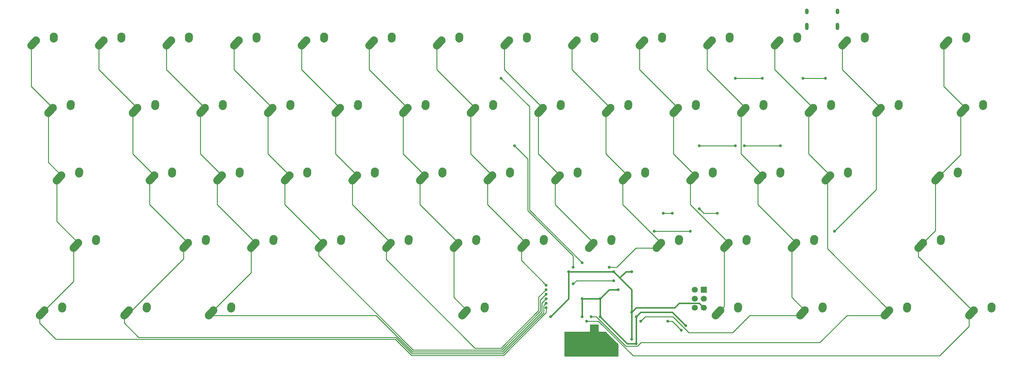
<source format=gbr>
G04 #@! TF.GenerationSoftware,KiCad,Pcbnew,(5.1.9)-1*
G04 #@! TF.CreationDate,2021-03-29T17:21:37+03:00*
G04 #@! TF.ProjectId,hotshot_keyboard,686f7473-686f-4745-9f6b-6579626f6172,rev?*
G04 #@! TF.SameCoordinates,Original*
G04 #@! TF.FileFunction,Copper,L1,Top*
G04 #@! TF.FilePolarity,Positive*
%FSLAX46Y46*%
G04 Gerber Fmt 4.6, Leading zero omitted, Abs format (unit mm)*
G04 Created by KiCad (PCBNEW (5.1.9)-1) date 2021-03-29 17:21:37*
%MOMM*%
%LPD*%
G01*
G04 APERTURE LIST*
G04 #@! TA.AperFunction,ComponentPad*
%ADD10C,2.250000*%
G04 #@! TD*
G04 #@! TA.AperFunction,ComponentPad*
%ADD11O,1.000000X2.100000*%
G04 #@! TD*
G04 #@! TA.AperFunction,ComponentPad*
%ADD12O,1.000000X1.600000*%
G04 #@! TD*
G04 #@! TA.AperFunction,ComponentPad*
%ADD13R,1.700000X1.700000*%
G04 #@! TD*
G04 #@! TA.AperFunction,ComponentPad*
%ADD14C,1.700000*%
G04 #@! TD*
G04 #@! TA.AperFunction,ViaPad*
%ADD15C,0.800000*%
G04 #@! TD*
G04 #@! TA.AperFunction,Conductor*
%ADD16C,0.381000*%
G04 #@! TD*
G04 #@! TA.AperFunction,Conductor*
%ADD17C,0.254000*%
G04 #@! TD*
G04 #@! TA.AperFunction,Conductor*
%ADD18C,0.100000*%
G04 #@! TD*
G04 APERTURE END LIST*
D10*
X168950000Y-57912500D03*
G04 #@! TA.AperFunction,ComponentPad*
G36*
G01*
X166888688Y-60209850D02*
X166888683Y-60209845D01*
G75*
G02*
X166802655Y-58621183I751317J837345D01*
G01*
X168112657Y-57161183D01*
G75*
G02*
X169701319Y-57075155I837345J-751317D01*
G01*
X169701319Y-57075155D01*
G75*
G02*
X169787347Y-58663817I-751317J-837345D01*
G01*
X168477345Y-60123817D01*
G75*
G02*
X166888683Y-60209845I-837345J751317D01*
G01*
G37*
G04 #@! TD.AperFunction*
X173990000Y-56832500D03*
G04 #@! TA.AperFunction,ComponentPad*
G36*
G01*
X173873483Y-58534895D02*
X173872597Y-58534834D01*
G75*
G02*
X172827666Y-57335097I77403J1122334D01*
G01*
X172867666Y-56755097D01*
G75*
G02*
X174067403Y-55710166I1122334J-77403D01*
G01*
X174067403Y-55710166D01*
G75*
G02*
X175112334Y-56909903I-77403J-1122334D01*
G01*
X175072334Y-57489903D01*
G75*
G02*
X173872597Y-58534834I-1122334J77403D01*
G01*
G37*
G04 #@! TD.AperFunction*
X207050000Y-57912500D03*
G04 #@! TA.AperFunction,ComponentPad*
G36*
G01*
X204988688Y-60209850D02*
X204988683Y-60209845D01*
G75*
G02*
X204902655Y-58621183I751317J837345D01*
G01*
X206212657Y-57161183D01*
G75*
G02*
X207801319Y-57075155I837345J-751317D01*
G01*
X207801319Y-57075155D01*
G75*
G02*
X207887347Y-58663817I-751317J-837345D01*
G01*
X206577345Y-60123817D01*
G75*
G02*
X204988683Y-60209845I-837345J751317D01*
G01*
G37*
G04 #@! TD.AperFunction*
X212090000Y-56832500D03*
G04 #@! TA.AperFunction,ComponentPad*
G36*
G01*
X211973483Y-58534895D02*
X211972597Y-58534834D01*
G75*
G02*
X210927666Y-57335097I77403J1122334D01*
G01*
X210967666Y-56755097D01*
G75*
G02*
X212167403Y-55710166I1122334J-77403D01*
G01*
X212167403Y-55710166D01*
G75*
G02*
X213212334Y-56909903I-77403J-1122334D01*
G01*
X213172334Y-57489903D01*
G75*
G02*
X211972597Y-58534834I-1122334J77403D01*
G01*
G37*
G04 #@! TD.AperFunction*
X142756250Y-96012500D03*
G04 #@! TA.AperFunction,ComponentPad*
G36*
G01*
X140694938Y-98309850D02*
X140694933Y-98309845D01*
G75*
G02*
X140608905Y-96721183I751317J837345D01*
G01*
X141918907Y-95261183D01*
G75*
G02*
X143507569Y-95175155I837345J-751317D01*
G01*
X143507569Y-95175155D01*
G75*
G02*
X143593597Y-96763817I-751317J-837345D01*
G01*
X142283595Y-98223817D01*
G75*
G02*
X140694933Y-98309845I-837345J751317D01*
G01*
G37*
G04 #@! TD.AperFunction*
X147796250Y-94932500D03*
G04 #@! TA.AperFunction,ComponentPad*
G36*
G01*
X147679733Y-96634895D02*
X147678847Y-96634834D01*
G75*
G02*
X146633916Y-95435097I77403J1122334D01*
G01*
X146673916Y-94855097D01*
G75*
G02*
X147873653Y-93810166I1122334J-77403D01*
G01*
X147873653Y-93810166D01*
G75*
G02*
X148918584Y-95009903I-77403J-1122334D01*
G01*
X148878584Y-95589903D01*
G75*
G02*
X147678847Y-96634834I-1122334J77403D01*
G01*
G37*
G04 #@! TD.AperFunction*
X259437500Y-38862500D03*
G04 #@! TA.AperFunction,ComponentPad*
G36*
G01*
X257376188Y-41159850D02*
X257376183Y-41159845D01*
G75*
G02*
X257290155Y-39571183I751317J837345D01*
G01*
X258600157Y-38111183D01*
G75*
G02*
X260188819Y-38025155I837345J-751317D01*
G01*
X260188819Y-38025155D01*
G75*
G02*
X260274847Y-39613817I-751317J-837345D01*
G01*
X258964845Y-41073817D01*
G75*
G02*
X257376183Y-41159845I-837345J751317D01*
G01*
G37*
G04 #@! TD.AperFunction*
X264477500Y-37782500D03*
G04 #@! TA.AperFunction,ComponentPad*
G36*
G01*
X264360983Y-39484895D02*
X264360097Y-39484834D01*
G75*
G02*
X263315166Y-38285097I77403J1122334D01*
G01*
X263355166Y-37705097D01*
G75*
G02*
X264554903Y-36660166I1122334J-77403D01*
G01*
X264554903Y-36660166D01*
G75*
G02*
X265599834Y-37859903I-77403J-1122334D01*
G01*
X265559834Y-38439903D01*
G75*
G02*
X264360097Y-39484834I-1122334J77403D01*
G01*
G37*
G04 #@! TD.AperFunction*
X216575000Y-76962500D03*
G04 #@! TA.AperFunction,ComponentPad*
G36*
G01*
X214513688Y-79259850D02*
X214513683Y-79259845D01*
G75*
G02*
X214427655Y-77671183I751317J837345D01*
G01*
X215737657Y-76211183D01*
G75*
G02*
X217326319Y-76125155I837345J-751317D01*
G01*
X217326319Y-76125155D01*
G75*
G02*
X217412347Y-77713817I-751317J-837345D01*
G01*
X216102345Y-79173817D01*
G75*
G02*
X214513683Y-79259845I-837345J751317D01*
G01*
G37*
G04 #@! TD.AperFunction*
X221615000Y-75882500D03*
G04 #@! TA.AperFunction,ComponentPad*
G36*
G01*
X221498483Y-77584895D02*
X221497597Y-77584834D01*
G75*
G02*
X220452666Y-76385097I77403J1122334D01*
G01*
X220492666Y-75805097D01*
G75*
G02*
X221692403Y-74760166I1122334J-77403D01*
G01*
X221692403Y-74760166D01*
G75*
G02*
X222737334Y-75959903I-77403J-1122334D01*
G01*
X222697334Y-76539903D01*
G75*
G02*
X221497597Y-77584834I-1122334J77403D01*
G01*
G37*
G04 #@! TD.AperFunction*
X54650000Y-57912500D03*
G04 #@! TA.AperFunction,ComponentPad*
G36*
G01*
X52588688Y-60209850D02*
X52588683Y-60209845D01*
G75*
G02*
X52502655Y-58621183I751317J837345D01*
G01*
X53812657Y-57161183D01*
G75*
G02*
X55401319Y-57075155I837345J-751317D01*
G01*
X55401319Y-57075155D01*
G75*
G02*
X55487347Y-58663817I-751317J-837345D01*
G01*
X54177345Y-60123817D01*
G75*
G02*
X52588683Y-60209845I-837345J751317D01*
G01*
G37*
G04 #@! TD.AperFunction*
X59690000Y-56832500D03*
G04 #@! TA.AperFunction,ComponentPad*
G36*
G01*
X59573483Y-58534895D02*
X59572597Y-58534834D01*
G75*
G02*
X58527666Y-57335097I77403J1122334D01*
G01*
X58567666Y-56755097D01*
G75*
G02*
X59767403Y-55710166I1122334J-77403D01*
G01*
X59767403Y-55710166D01*
G75*
G02*
X60812334Y-56909903I-77403J-1122334D01*
G01*
X60772334Y-57489903D01*
G75*
G02*
X59572597Y-58534834I-1122334J77403D01*
G01*
G37*
G04 #@! TD.AperFunction*
X240387500Y-38862500D03*
G04 #@! TA.AperFunction,ComponentPad*
G36*
G01*
X238326188Y-41159850D02*
X238326183Y-41159845D01*
G75*
G02*
X238240155Y-39571183I751317J837345D01*
G01*
X239550157Y-38111183D01*
G75*
G02*
X241138819Y-38025155I837345J-751317D01*
G01*
X241138819Y-38025155D01*
G75*
G02*
X241224847Y-39613817I-751317J-837345D01*
G01*
X239914845Y-41073817D01*
G75*
G02*
X238326183Y-41159845I-837345J751317D01*
G01*
G37*
G04 #@! TD.AperFunction*
X245427500Y-37782500D03*
G04 #@! TA.AperFunction,ComponentPad*
G36*
G01*
X245310983Y-39484895D02*
X245310097Y-39484834D01*
G75*
G02*
X244265166Y-38285097I77403J1122334D01*
G01*
X244305166Y-37705097D01*
G75*
G02*
X245504903Y-36660166I1122334J-77403D01*
G01*
X245504903Y-36660166D01*
G75*
G02*
X246549834Y-37859903I-77403J-1122334D01*
G01*
X246509834Y-38439903D01*
G75*
G02*
X245310097Y-39484834I-1122334J77403D01*
G01*
G37*
G04 #@! TD.AperFunction*
X49887500Y-38862500D03*
G04 #@! TA.AperFunction,ComponentPad*
G36*
G01*
X47826188Y-41159850D02*
X47826183Y-41159845D01*
G75*
G02*
X47740155Y-39571183I751317J837345D01*
G01*
X49050157Y-38111183D01*
G75*
G02*
X50638819Y-38025155I837345J-751317D01*
G01*
X50638819Y-38025155D01*
G75*
G02*
X50724847Y-39613817I-751317J-837345D01*
G01*
X49414845Y-41073817D01*
G75*
G02*
X47826183Y-41159845I-837345J751317D01*
G01*
G37*
G04 #@! TD.AperFunction*
X54927500Y-37782500D03*
G04 #@! TA.AperFunction,ComponentPad*
G36*
G01*
X54810983Y-39484895D02*
X54810097Y-39484834D01*
G75*
G02*
X53765166Y-38285097I77403J1122334D01*
G01*
X53805166Y-37705097D01*
G75*
G02*
X55004903Y-36660166I1122334J-77403D01*
G01*
X55004903Y-36660166D01*
G75*
G02*
X56049834Y-37859903I-77403J-1122334D01*
G01*
X56009834Y-38439903D01*
G75*
G02*
X54810097Y-39484834I-1122334J77403D01*
G01*
G37*
G04 #@! TD.AperFunction*
X154662500Y-19812500D03*
G04 #@! TA.AperFunction,ComponentPad*
G36*
G01*
X152601188Y-22109850D02*
X152601183Y-22109845D01*
G75*
G02*
X152515155Y-20521183I751317J837345D01*
G01*
X153825157Y-19061183D01*
G75*
G02*
X155413819Y-18975155I837345J-751317D01*
G01*
X155413819Y-18975155D01*
G75*
G02*
X155499847Y-20563817I-751317J-837345D01*
G01*
X154189845Y-22023817D01*
G75*
G02*
X152601183Y-22109845I-837345J751317D01*
G01*
G37*
G04 #@! TD.AperFunction*
X159702500Y-18732500D03*
G04 #@! TA.AperFunction,ComponentPad*
G36*
G01*
X159585983Y-20434895D02*
X159585097Y-20434834D01*
G75*
G02*
X158540166Y-19235097I77403J1122334D01*
G01*
X158580166Y-18655097D01*
G75*
G02*
X159779903Y-17610166I1122334J-77403D01*
G01*
X159779903Y-17610166D01*
G75*
G02*
X160824834Y-18809903I-77403J-1122334D01*
G01*
X160784834Y-19389903D01*
G75*
G02*
X159585097Y-20434834I-1122334J77403D01*
G01*
G37*
G04 #@! TD.AperFunction*
X135612500Y-19812500D03*
G04 #@! TA.AperFunction,ComponentPad*
G36*
G01*
X133551188Y-22109850D02*
X133551183Y-22109845D01*
G75*
G02*
X133465155Y-20521183I751317J837345D01*
G01*
X134775157Y-19061183D01*
G75*
G02*
X136363819Y-18975155I837345J-751317D01*
G01*
X136363819Y-18975155D01*
G75*
G02*
X136449847Y-20563817I-751317J-837345D01*
G01*
X135139845Y-22023817D01*
G75*
G02*
X133551183Y-22109845I-837345J751317D01*
G01*
G37*
G04 #@! TD.AperFunction*
X140652500Y-18732500D03*
G04 #@! TA.AperFunction,ComponentPad*
G36*
G01*
X140535983Y-20434895D02*
X140535097Y-20434834D01*
G75*
G02*
X139490166Y-19235097I77403J1122334D01*
G01*
X139530166Y-18655097D01*
G75*
G02*
X140729903Y-17610166I1122334J-77403D01*
G01*
X140729903Y-17610166D01*
G75*
G02*
X141774834Y-18809903I-77403J-1122334D01*
G01*
X141734834Y-19389903D01*
G75*
G02*
X140535097Y-20434834I-1122334J77403D01*
G01*
G37*
G04 #@! TD.AperFunction*
X78462500Y-19812500D03*
G04 #@! TA.AperFunction,ComponentPad*
G36*
G01*
X76401188Y-22109850D02*
X76401183Y-22109845D01*
G75*
G02*
X76315155Y-20521183I751317J837345D01*
G01*
X77625157Y-19061183D01*
G75*
G02*
X79213819Y-18975155I837345J-751317D01*
G01*
X79213819Y-18975155D01*
G75*
G02*
X79299847Y-20563817I-751317J-837345D01*
G01*
X77989845Y-22023817D01*
G75*
G02*
X76401183Y-22109845I-837345J751317D01*
G01*
G37*
G04 #@! TD.AperFunction*
X83502500Y-18732500D03*
G04 #@! TA.AperFunction,ComponentPad*
G36*
G01*
X83385983Y-20434895D02*
X83385097Y-20434834D01*
G75*
G02*
X82340166Y-19235097I77403J1122334D01*
G01*
X82380166Y-18655097D01*
G75*
G02*
X83579903Y-17610166I1122334J-77403D01*
G01*
X83579903Y-17610166D01*
G75*
G02*
X84624834Y-18809903I-77403J-1122334D01*
G01*
X84584834Y-19389903D01*
G75*
G02*
X83385097Y-20434834I-1122334J77403D01*
G01*
G37*
G04 #@! TD.AperFunction*
X116562500Y-19812500D03*
G04 #@! TA.AperFunction,ComponentPad*
G36*
G01*
X114501188Y-22109850D02*
X114501183Y-22109845D01*
G75*
G02*
X114415155Y-20521183I751317J837345D01*
G01*
X115725157Y-19061183D01*
G75*
G02*
X117313819Y-18975155I837345J-751317D01*
G01*
X117313819Y-18975155D01*
G75*
G02*
X117399847Y-20563817I-751317J-837345D01*
G01*
X116089845Y-22023817D01*
G75*
G02*
X114501183Y-22109845I-837345J751317D01*
G01*
G37*
G04 #@! TD.AperFunction*
X121602500Y-18732500D03*
G04 #@! TA.AperFunction,ComponentPad*
G36*
G01*
X121485983Y-20434895D02*
X121485097Y-20434834D01*
G75*
G02*
X120440166Y-19235097I77403J1122334D01*
G01*
X120480166Y-18655097D01*
G75*
G02*
X121679903Y-17610166I1122334J-77403D01*
G01*
X121679903Y-17610166D01*
G75*
G02*
X122724834Y-18809903I-77403J-1122334D01*
G01*
X122684834Y-19389903D01*
G75*
G02*
X121485097Y-20434834I-1122334J77403D01*
G01*
G37*
G04 #@! TD.AperFunction*
X21312500Y-19812500D03*
G04 #@! TA.AperFunction,ComponentPad*
G36*
G01*
X19251188Y-22109850D02*
X19251183Y-22109845D01*
G75*
G02*
X19165155Y-20521183I751317J837345D01*
G01*
X20475157Y-19061183D01*
G75*
G02*
X22063819Y-18975155I837345J-751317D01*
G01*
X22063819Y-18975155D01*
G75*
G02*
X22149847Y-20563817I-751317J-837345D01*
G01*
X20839845Y-22023817D01*
G75*
G02*
X19251183Y-22109845I-837345J751317D01*
G01*
G37*
G04 #@! TD.AperFunction*
X26352500Y-18732500D03*
G04 #@! TA.AperFunction,ComponentPad*
G36*
G01*
X26235983Y-20434895D02*
X26235097Y-20434834D01*
G75*
G02*
X25190166Y-19235097I77403J1122334D01*
G01*
X25230166Y-18655097D01*
G75*
G02*
X26429903Y-17610166I1122334J-77403D01*
G01*
X26429903Y-17610166D01*
G75*
G02*
X27474834Y-18809903I-77403J-1122334D01*
G01*
X27434834Y-19389903D01*
G75*
G02*
X26235097Y-20434834I-1122334J77403D01*
G01*
G37*
G04 #@! TD.AperFunction*
X226100000Y-57912500D03*
G04 #@! TA.AperFunction,ComponentPad*
G36*
G01*
X224038688Y-60209850D02*
X224038683Y-60209845D01*
G75*
G02*
X223952655Y-58621183I751317J837345D01*
G01*
X225262657Y-57161183D01*
G75*
G02*
X226851319Y-57075155I837345J-751317D01*
G01*
X226851319Y-57075155D01*
G75*
G02*
X226937347Y-58663817I-751317J-837345D01*
G01*
X225627345Y-60123817D01*
G75*
G02*
X224038683Y-60209845I-837345J751317D01*
G01*
G37*
G04 #@! TD.AperFunction*
X231140000Y-56832500D03*
G04 #@! TA.AperFunction,ComponentPad*
G36*
G01*
X231023483Y-58534895D02*
X231022597Y-58534834D01*
G75*
G02*
X229977666Y-57335097I77403J1122334D01*
G01*
X230017666Y-56755097D01*
G75*
G02*
X231217403Y-55710166I1122334J-77403D01*
G01*
X231217403Y-55710166D01*
G75*
G02*
X232262334Y-56909903I-77403J-1122334D01*
G01*
X232222334Y-57489903D01*
G75*
G02*
X231022597Y-58534834I-1122334J77403D01*
G01*
G37*
G04 #@! TD.AperFunction*
X197525000Y-76962500D03*
G04 #@! TA.AperFunction,ComponentPad*
G36*
G01*
X195463688Y-79259850D02*
X195463683Y-79259845D01*
G75*
G02*
X195377655Y-77671183I751317J837345D01*
G01*
X196687657Y-76211183D01*
G75*
G02*
X198276319Y-76125155I837345J-751317D01*
G01*
X198276319Y-76125155D01*
G75*
G02*
X198362347Y-77713817I-751317J-837345D01*
G01*
X197052345Y-79173817D01*
G75*
G02*
X195463683Y-79259845I-837345J751317D01*
G01*
G37*
G04 #@! TD.AperFunction*
X202565000Y-75882500D03*
G04 #@! TA.AperFunction,ComponentPad*
G36*
G01*
X202448483Y-77584895D02*
X202447597Y-77584834D01*
G75*
G02*
X201402666Y-76385097I77403J1122334D01*
G01*
X201442666Y-75805097D01*
G75*
G02*
X202642403Y-74760166I1122334J-77403D01*
G01*
X202642403Y-74760166D01*
G75*
G02*
X203687334Y-75959903I-77403J-1122334D01*
G01*
X203647334Y-76539903D01*
G75*
G02*
X202447597Y-77584834I-1122334J77403D01*
G01*
G37*
G04 #@! TD.AperFunction*
X249912500Y-19812500D03*
G04 #@! TA.AperFunction,ComponentPad*
G36*
G01*
X247851188Y-22109850D02*
X247851183Y-22109845D01*
G75*
G02*
X247765155Y-20521183I751317J837345D01*
G01*
X249075157Y-19061183D01*
G75*
G02*
X250663819Y-18975155I837345J-751317D01*
G01*
X250663819Y-18975155D01*
G75*
G02*
X250749847Y-20563817I-751317J-837345D01*
G01*
X249439845Y-22023817D01*
G75*
G02*
X247851183Y-22109845I-837345J751317D01*
G01*
G37*
G04 #@! TD.AperFunction*
X254952500Y-18732500D03*
G04 #@! TA.AperFunction,ComponentPad*
G36*
G01*
X254835983Y-20434895D02*
X254835097Y-20434834D01*
G75*
G02*
X253790166Y-19235097I77403J1122334D01*
G01*
X253830166Y-18655097D01*
G75*
G02*
X255029903Y-17610166I1122334J-77403D01*
G01*
X255029903Y-17610166D01*
G75*
G02*
X256074834Y-18809903I-77403J-1122334D01*
G01*
X256034834Y-19389903D01*
G75*
G02*
X254835097Y-20434834I-1122334J77403D01*
G01*
G37*
G04 #@! TD.AperFunction*
X285631250Y-96012500D03*
G04 #@! TA.AperFunction,ComponentPad*
G36*
G01*
X283569938Y-98309850D02*
X283569933Y-98309845D01*
G75*
G02*
X283483905Y-96721183I751317J837345D01*
G01*
X284793907Y-95261183D01*
G75*
G02*
X286382569Y-95175155I837345J-751317D01*
G01*
X286382569Y-95175155D01*
G75*
G02*
X286468597Y-96763817I-751317J-837345D01*
G01*
X285158595Y-98223817D01*
G75*
G02*
X283569933Y-98309845I-837345J751317D01*
G01*
G37*
G04 #@! TD.AperFunction*
X290671250Y-94932500D03*
G04 #@! TA.AperFunction,ComponentPad*
G36*
G01*
X290554733Y-96634895D02*
X290553847Y-96634834D01*
G75*
G02*
X289508916Y-95435097I77403J1122334D01*
G01*
X289548916Y-94855097D01*
G75*
G02*
X290748653Y-93810166I1122334J-77403D01*
G01*
X290748653Y-93810166D01*
G75*
G02*
X291793584Y-95009903I-77403J-1122334D01*
G01*
X291753584Y-95589903D01*
G75*
G02*
X290553847Y-96634834I-1122334J77403D01*
G01*
G37*
G04 #@! TD.AperFunction*
X271343750Y-76962500D03*
G04 #@! TA.AperFunction,ComponentPad*
G36*
G01*
X269282438Y-79259850D02*
X269282433Y-79259845D01*
G75*
G02*
X269196405Y-77671183I751317J837345D01*
G01*
X270506407Y-76211183D01*
G75*
G02*
X272095069Y-76125155I837345J-751317D01*
G01*
X272095069Y-76125155D01*
G75*
G02*
X272181097Y-77713817I-751317J-837345D01*
G01*
X270871095Y-79173817D01*
G75*
G02*
X269282433Y-79259845I-837345J751317D01*
G01*
G37*
G04 #@! TD.AperFunction*
X276383750Y-75882500D03*
G04 #@! TA.AperFunction,ComponentPad*
G36*
G01*
X276267233Y-77584895D02*
X276266347Y-77584834D01*
G75*
G02*
X275221416Y-76385097I77403J1122334D01*
G01*
X275261416Y-75805097D01*
G75*
G02*
X276461153Y-74760166I1122334J-77403D01*
G01*
X276461153Y-74760166D01*
G75*
G02*
X277506084Y-75959903I-77403J-1122334D01*
G01*
X277466084Y-76539903D01*
G75*
G02*
X276266347Y-77584834I-1122334J77403D01*
G01*
G37*
G04 #@! TD.AperFunction*
X261818750Y-96012500D03*
G04 #@! TA.AperFunction,ComponentPad*
G36*
G01*
X259757438Y-98309850D02*
X259757433Y-98309845D01*
G75*
G02*
X259671405Y-96721183I751317J837345D01*
G01*
X260981407Y-95261183D01*
G75*
G02*
X262570069Y-95175155I837345J-751317D01*
G01*
X262570069Y-95175155D01*
G75*
G02*
X262656097Y-96763817I-751317J-837345D01*
G01*
X261346095Y-98223817D01*
G75*
G02*
X259757433Y-98309845I-837345J751317D01*
G01*
G37*
G04 #@! TD.AperFunction*
X266858750Y-94932500D03*
G04 #@! TA.AperFunction,ComponentPad*
G36*
G01*
X266742233Y-96634895D02*
X266741347Y-96634834D01*
G75*
G02*
X265696416Y-95435097I77403J1122334D01*
G01*
X265736416Y-94855097D01*
G75*
G02*
X266936153Y-93810166I1122334J-77403D01*
G01*
X266936153Y-93810166D01*
G75*
G02*
X267981084Y-95009903I-77403J-1122334D01*
G01*
X267941084Y-95589903D01*
G75*
G02*
X266741347Y-96634834I-1122334J77403D01*
G01*
G37*
G04 #@! TD.AperFunction*
X238006250Y-96012500D03*
G04 #@! TA.AperFunction,ComponentPad*
G36*
G01*
X235944938Y-98309850D02*
X235944933Y-98309845D01*
G75*
G02*
X235858905Y-96721183I751317J837345D01*
G01*
X237168907Y-95261183D01*
G75*
G02*
X238757569Y-95175155I837345J-751317D01*
G01*
X238757569Y-95175155D01*
G75*
G02*
X238843597Y-96763817I-751317J-837345D01*
G01*
X237533595Y-98223817D01*
G75*
G02*
X235944933Y-98309845I-837345J751317D01*
G01*
G37*
G04 #@! TD.AperFunction*
X243046250Y-94932500D03*
G04 #@! TA.AperFunction,ComponentPad*
G36*
G01*
X242929733Y-96634895D02*
X242928847Y-96634834D01*
G75*
G02*
X241883916Y-95435097I77403J1122334D01*
G01*
X241923916Y-94855097D01*
G75*
G02*
X243123653Y-93810166I1122334J-77403D01*
G01*
X243123653Y-93810166D01*
G75*
G02*
X244168584Y-95009903I-77403J-1122334D01*
G01*
X244128584Y-95589903D01*
G75*
G02*
X242928847Y-96634834I-1122334J77403D01*
G01*
G37*
G04 #@! TD.AperFunction*
X214193750Y-96012500D03*
G04 #@! TA.AperFunction,ComponentPad*
G36*
G01*
X212132438Y-98309850D02*
X212132433Y-98309845D01*
G75*
G02*
X212046405Y-96721183I751317J837345D01*
G01*
X213356407Y-95261183D01*
G75*
G02*
X214945069Y-95175155I837345J-751317D01*
G01*
X214945069Y-95175155D01*
G75*
G02*
X215031097Y-96763817I-751317J-837345D01*
G01*
X213721095Y-98223817D01*
G75*
G02*
X212132433Y-98309845I-837345J751317D01*
G01*
G37*
G04 #@! TD.AperFunction*
X219233750Y-94932500D03*
G04 #@! TA.AperFunction,ComponentPad*
G36*
G01*
X219117233Y-96634895D02*
X219116347Y-96634834D01*
G75*
G02*
X218071416Y-95435097I77403J1122334D01*
G01*
X218111416Y-94855097D01*
G75*
G02*
X219311153Y-93810166I1122334J-77403D01*
G01*
X219311153Y-93810166D01*
G75*
G02*
X220356084Y-95009903I-77403J-1122334D01*
G01*
X220316084Y-95589903D01*
G75*
G02*
X219116347Y-96634834I-1122334J77403D01*
G01*
G37*
G04 #@! TD.AperFunction*
X71318750Y-96012500D03*
G04 #@! TA.AperFunction,ComponentPad*
G36*
G01*
X69257438Y-98309850D02*
X69257433Y-98309845D01*
G75*
G02*
X69171405Y-96721183I751317J837345D01*
G01*
X70481407Y-95261183D01*
G75*
G02*
X72070069Y-95175155I837345J-751317D01*
G01*
X72070069Y-95175155D01*
G75*
G02*
X72156097Y-96763817I-751317J-837345D01*
G01*
X70846095Y-98223817D01*
G75*
G02*
X69257433Y-98309845I-837345J751317D01*
G01*
G37*
G04 #@! TD.AperFunction*
X76358750Y-94932500D03*
G04 #@! TA.AperFunction,ComponentPad*
G36*
G01*
X76242233Y-96634895D02*
X76241347Y-96634834D01*
G75*
G02*
X75196416Y-95435097I77403J1122334D01*
G01*
X75236416Y-94855097D01*
G75*
G02*
X76436153Y-93810166I1122334J-77403D01*
G01*
X76436153Y-93810166D01*
G75*
G02*
X77481084Y-95009903I-77403J-1122334D01*
G01*
X77441084Y-95589903D01*
G75*
G02*
X76241347Y-96634834I-1122334J77403D01*
G01*
G37*
G04 #@! TD.AperFunction*
X47506250Y-96012500D03*
G04 #@! TA.AperFunction,ComponentPad*
G36*
G01*
X45444938Y-98309850D02*
X45444933Y-98309845D01*
G75*
G02*
X45358905Y-96721183I751317J837345D01*
G01*
X46668907Y-95261183D01*
G75*
G02*
X48257569Y-95175155I837345J-751317D01*
G01*
X48257569Y-95175155D01*
G75*
G02*
X48343597Y-96763817I-751317J-837345D01*
G01*
X47033595Y-98223817D01*
G75*
G02*
X45444933Y-98309845I-837345J751317D01*
G01*
G37*
G04 #@! TD.AperFunction*
X52546250Y-94932500D03*
G04 #@! TA.AperFunction,ComponentPad*
G36*
G01*
X52429733Y-96634895D02*
X52428847Y-96634834D01*
G75*
G02*
X51383916Y-95435097I77403J1122334D01*
G01*
X51423916Y-94855097D01*
G75*
G02*
X52623653Y-93810166I1122334J-77403D01*
G01*
X52623653Y-93810166D01*
G75*
G02*
X53668584Y-95009903I-77403J-1122334D01*
G01*
X53628584Y-95589903D01*
G75*
G02*
X52428847Y-96634834I-1122334J77403D01*
G01*
G37*
G04 #@! TD.AperFunction*
X23693750Y-96012500D03*
G04 #@! TA.AperFunction,ComponentPad*
G36*
G01*
X21632438Y-98309850D02*
X21632433Y-98309845D01*
G75*
G02*
X21546405Y-96721183I751317J837345D01*
G01*
X22856407Y-95261183D01*
G75*
G02*
X24445069Y-95175155I837345J-751317D01*
G01*
X24445069Y-95175155D01*
G75*
G02*
X24531097Y-96763817I-751317J-837345D01*
G01*
X23221095Y-98223817D01*
G75*
G02*
X21632433Y-98309845I-837345J751317D01*
G01*
G37*
G04 #@! TD.AperFunction*
X28733750Y-94932500D03*
G04 #@! TA.AperFunction,ComponentPad*
G36*
G01*
X28617233Y-96634895D02*
X28616347Y-96634834D01*
G75*
G02*
X27571416Y-95435097I77403J1122334D01*
G01*
X27611416Y-94855097D01*
G75*
G02*
X28811153Y-93810166I1122334J-77403D01*
G01*
X28811153Y-93810166D01*
G75*
G02*
X29856084Y-95009903I-77403J-1122334D01*
G01*
X29816084Y-95589903D01*
G75*
G02*
X28616347Y-96634834I-1122334J77403D01*
G01*
G37*
G04 #@! TD.AperFunction*
X235625000Y-76962500D03*
G04 #@! TA.AperFunction,ComponentPad*
G36*
G01*
X233563688Y-79259850D02*
X233563683Y-79259845D01*
G75*
G02*
X233477655Y-77671183I751317J837345D01*
G01*
X234787657Y-76211183D01*
G75*
G02*
X236376319Y-76125155I837345J-751317D01*
G01*
X236376319Y-76125155D01*
G75*
G02*
X236462347Y-77713817I-751317J-837345D01*
G01*
X235152345Y-79173817D01*
G75*
G02*
X233563683Y-79259845I-837345J751317D01*
G01*
G37*
G04 #@! TD.AperFunction*
X240665000Y-75882500D03*
G04 #@! TA.AperFunction,ComponentPad*
G36*
G01*
X240548483Y-77584895D02*
X240547597Y-77584834D01*
G75*
G02*
X239502666Y-76385097I77403J1122334D01*
G01*
X239542666Y-75805097D01*
G75*
G02*
X240742403Y-74760166I1122334J-77403D01*
G01*
X240742403Y-74760166D01*
G75*
G02*
X241787334Y-75959903I-77403J-1122334D01*
G01*
X241747334Y-76539903D01*
G75*
G02*
X240547597Y-77584834I-1122334J77403D01*
G01*
G37*
G04 #@! TD.AperFunction*
X178475000Y-76962500D03*
G04 #@! TA.AperFunction,ComponentPad*
G36*
G01*
X176413688Y-79259850D02*
X176413683Y-79259845D01*
G75*
G02*
X176327655Y-77671183I751317J837345D01*
G01*
X177637657Y-76211183D01*
G75*
G02*
X179226319Y-76125155I837345J-751317D01*
G01*
X179226319Y-76125155D01*
G75*
G02*
X179312347Y-77713817I-751317J-837345D01*
G01*
X178002345Y-79173817D01*
G75*
G02*
X176413683Y-79259845I-837345J751317D01*
G01*
G37*
G04 #@! TD.AperFunction*
X183515000Y-75882500D03*
G04 #@! TA.AperFunction,ComponentPad*
G36*
G01*
X183398483Y-77584895D02*
X183397597Y-77584834D01*
G75*
G02*
X182352666Y-76385097I77403J1122334D01*
G01*
X182392666Y-75805097D01*
G75*
G02*
X183592403Y-74760166I1122334J-77403D01*
G01*
X183592403Y-74760166D01*
G75*
G02*
X184637334Y-75959903I-77403J-1122334D01*
G01*
X184597334Y-76539903D01*
G75*
G02*
X183397597Y-77584834I-1122334J77403D01*
G01*
G37*
G04 #@! TD.AperFunction*
X159425000Y-76962500D03*
G04 #@! TA.AperFunction,ComponentPad*
G36*
G01*
X157363688Y-79259850D02*
X157363683Y-79259845D01*
G75*
G02*
X157277655Y-77671183I751317J837345D01*
G01*
X158587657Y-76211183D01*
G75*
G02*
X160176319Y-76125155I837345J-751317D01*
G01*
X160176319Y-76125155D01*
G75*
G02*
X160262347Y-77713817I-751317J-837345D01*
G01*
X158952345Y-79173817D01*
G75*
G02*
X157363683Y-79259845I-837345J751317D01*
G01*
G37*
G04 #@! TD.AperFunction*
X164465000Y-75882500D03*
G04 #@! TA.AperFunction,ComponentPad*
G36*
G01*
X164348483Y-77584895D02*
X164347597Y-77584834D01*
G75*
G02*
X163302666Y-76385097I77403J1122334D01*
G01*
X163342666Y-75805097D01*
G75*
G02*
X164542403Y-74760166I1122334J-77403D01*
G01*
X164542403Y-74760166D01*
G75*
G02*
X165587334Y-75959903I-77403J-1122334D01*
G01*
X165547334Y-76539903D01*
G75*
G02*
X164347597Y-77584834I-1122334J77403D01*
G01*
G37*
G04 #@! TD.AperFunction*
X140375000Y-76962500D03*
G04 #@! TA.AperFunction,ComponentPad*
G36*
G01*
X138313688Y-79259850D02*
X138313683Y-79259845D01*
G75*
G02*
X138227655Y-77671183I751317J837345D01*
G01*
X139537657Y-76211183D01*
G75*
G02*
X141126319Y-76125155I837345J-751317D01*
G01*
X141126319Y-76125155D01*
G75*
G02*
X141212347Y-77713817I-751317J-837345D01*
G01*
X139902345Y-79173817D01*
G75*
G02*
X138313683Y-79259845I-837345J751317D01*
G01*
G37*
G04 #@! TD.AperFunction*
X145415000Y-75882500D03*
G04 #@! TA.AperFunction,ComponentPad*
G36*
G01*
X145298483Y-77584895D02*
X145297597Y-77584834D01*
G75*
G02*
X144252666Y-76385097I77403J1122334D01*
G01*
X144292666Y-75805097D01*
G75*
G02*
X145492403Y-74760166I1122334J-77403D01*
G01*
X145492403Y-74760166D01*
G75*
G02*
X146537334Y-75959903I-77403J-1122334D01*
G01*
X146497334Y-76539903D01*
G75*
G02*
X145297597Y-77584834I-1122334J77403D01*
G01*
G37*
G04 #@! TD.AperFunction*
X121325000Y-76962500D03*
G04 #@! TA.AperFunction,ComponentPad*
G36*
G01*
X119263688Y-79259850D02*
X119263683Y-79259845D01*
G75*
G02*
X119177655Y-77671183I751317J837345D01*
G01*
X120487657Y-76211183D01*
G75*
G02*
X122076319Y-76125155I837345J-751317D01*
G01*
X122076319Y-76125155D01*
G75*
G02*
X122162347Y-77713817I-751317J-837345D01*
G01*
X120852345Y-79173817D01*
G75*
G02*
X119263683Y-79259845I-837345J751317D01*
G01*
G37*
G04 #@! TD.AperFunction*
X126365000Y-75882500D03*
G04 #@! TA.AperFunction,ComponentPad*
G36*
G01*
X126248483Y-77584895D02*
X126247597Y-77584834D01*
G75*
G02*
X125202666Y-76385097I77403J1122334D01*
G01*
X125242666Y-75805097D01*
G75*
G02*
X126442403Y-74760166I1122334J-77403D01*
G01*
X126442403Y-74760166D01*
G75*
G02*
X127487334Y-75959903I-77403J-1122334D01*
G01*
X127447334Y-76539903D01*
G75*
G02*
X126247597Y-77584834I-1122334J77403D01*
G01*
G37*
G04 #@! TD.AperFunction*
X102275000Y-76962500D03*
G04 #@! TA.AperFunction,ComponentPad*
G36*
G01*
X100213688Y-79259850D02*
X100213683Y-79259845D01*
G75*
G02*
X100127655Y-77671183I751317J837345D01*
G01*
X101437657Y-76211183D01*
G75*
G02*
X103026319Y-76125155I837345J-751317D01*
G01*
X103026319Y-76125155D01*
G75*
G02*
X103112347Y-77713817I-751317J-837345D01*
G01*
X101802345Y-79173817D01*
G75*
G02*
X100213683Y-79259845I-837345J751317D01*
G01*
G37*
G04 #@! TD.AperFunction*
X107315000Y-75882500D03*
G04 #@! TA.AperFunction,ComponentPad*
G36*
G01*
X107198483Y-77584895D02*
X107197597Y-77584834D01*
G75*
G02*
X106152666Y-76385097I77403J1122334D01*
G01*
X106192666Y-75805097D01*
G75*
G02*
X107392403Y-74760166I1122334J-77403D01*
G01*
X107392403Y-74760166D01*
G75*
G02*
X108437334Y-75959903I-77403J-1122334D01*
G01*
X108397334Y-76539903D01*
G75*
G02*
X107197597Y-77584834I-1122334J77403D01*
G01*
G37*
G04 #@! TD.AperFunction*
X83225000Y-76962500D03*
G04 #@! TA.AperFunction,ComponentPad*
G36*
G01*
X81163688Y-79259850D02*
X81163683Y-79259845D01*
G75*
G02*
X81077655Y-77671183I751317J837345D01*
G01*
X82387657Y-76211183D01*
G75*
G02*
X83976319Y-76125155I837345J-751317D01*
G01*
X83976319Y-76125155D01*
G75*
G02*
X84062347Y-77713817I-751317J-837345D01*
G01*
X82752345Y-79173817D01*
G75*
G02*
X81163683Y-79259845I-837345J751317D01*
G01*
G37*
G04 #@! TD.AperFunction*
X88265000Y-75882500D03*
G04 #@! TA.AperFunction,ComponentPad*
G36*
G01*
X88148483Y-77584895D02*
X88147597Y-77584834D01*
G75*
G02*
X87102666Y-76385097I77403J1122334D01*
G01*
X87142666Y-75805097D01*
G75*
G02*
X88342403Y-74760166I1122334J-77403D01*
G01*
X88342403Y-74760166D01*
G75*
G02*
X89387334Y-75959903I-77403J-1122334D01*
G01*
X89347334Y-76539903D01*
G75*
G02*
X88147597Y-77584834I-1122334J77403D01*
G01*
G37*
G04 #@! TD.AperFunction*
X64175000Y-76962500D03*
G04 #@! TA.AperFunction,ComponentPad*
G36*
G01*
X62113688Y-79259850D02*
X62113683Y-79259845D01*
G75*
G02*
X62027655Y-77671183I751317J837345D01*
G01*
X63337657Y-76211183D01*
G75*
G02*
X64926319Y-76125155I837345J-751317D01*
G01*
X64926319Y-76125155D01*
G75*
G02*
X65012347Y-77713817I-751317J-837345D01*
G01*
X63702345Y-79173817D01*
G75*
G02*
X62113683Y-79259845I-837345J751317D01*
G01*
G37*
G04 #@! TD.AperFunction*
X69215000Y-75882500D03*
G04 #@! TA.AperFunction,ComponentPad*
G36*
G01*
X69098483Y-77584895D02*
X69097597Y-77584834D01*
G75*
G02*
X68052666Y-76385097I77403J1122334D01*
G01*
X68092666Y-75805097D01*
G75*
G02*
X69292403Y-74760166I1122334J-77403D01*
G01*
X69292403Y-74760166D01*
G75*
G02*
X70337334Y-75959903I-77403J-1122334D01*
G01*
X70297334Y-76539903D01*
G75*
G02*
X69097597Y-77584834I-1122334J77403D01*
G01*
G37*
G04 #@! TD.AperFunction*
X33218750Y-76962500D03*
G04 #@! TA.AperFunction,ComponentPad*
G36*
G01*
X31157438Y-79259850D02*
X31157433Y-79259845D01*
G75*
G02*
X31071405Y-77671183I751317J837345D01*
G01*
X32381407Y-76211183D01*
G75*
G02*
X33970069Y-76125155I837345J-751317D01*
G01*
X33970069Y-76125155D01*
G75*
G02*
X34056097Y-77713817I-751317J-837345D01*
G01*
X32746095Y-79173817D01*
G75*
G02*
X31157433Y-79259845I-837345J751317D01*
G01*
G37*
G04 #@! TD.AperFunction*
X38258750Y-75882500D03*
G04 #@! TA.AperFunction,ComponentPad*
G36*
G01*
X38142233Y-77584895D02*
X38141347Y-77584834D01*
G75*
G02*
X37096416Y-76385097I77403J1122334D01*
G01*
X37136416Y-75805097D01*
G75*
G02*
X38336153Y-74760166I1122334J-77403D01*
G01*
X38336153Y-74760166D01*
G75*
G02*
X39381084Y-75959903I-77403J-1122334D01*
G01*
X39341084Y-76539903D01*
G75*
G02*
X38141347Y-77584834I-1122334J77403D01*
G01*
G37*
G04 #@! TD.AperFunction*
X276106250Y-57912500D03*
G04 #@! TA.AperFunction,ComponentPad*
G36*
G01*
X274044938Y-60209850D02*
X274044933Y-60209845D01*
G75*
G02*
X273958905Y-58621183I751317J837345D01*
G01*
X275268907Y-57161183D01*
G75*
G02*
X276857569Y-57075155I837345J-751317D01*
G01*
X276857569Y-57075155D01*
G75*
G02*
X276943597Y-58663817I-751317J-837345D01*
G01*
X275633595Y-60123817D01*
G75*
G02*
X274044933Y-60209845I-837345J751317D01*
G01*
G37*
G04 #@! TD.AperFunction*
X281146250Y-56832500D03*
G04 #@! TA.AperFunction,ComponentPad*
G36*
G01*
X281029733Y-58534895D02*
X281028847Y-58534834D01*
G75*
G02*
X279983916Y-57335097I77403J1122334D01*
G01*
X280023916Y-56755097D01*
G75*
G02*
X281223653Y-55710166I1122334J-77403D01*
G01*
X281223653Y-55710166D01*
G75*
G02*
X282268584Y-56909903I-77403J-1122334D01*
G01*
X282228584Y-57489903D01*
G75*
G02*
X281028847Y-58534834I-1122334J77403D01*
G01*
G37*
G04 #@! TD.AperFunction*
X245150000Y-57912500D03*
G04 #@! TA.AperFunction,ComponentPad*
G36*
G01*
X243088688Y-60209850D02*
X243088683Y-60209845D01*
G75*
G02*
X243002655Y-58621183I751317J837345D01*
G01*
X244312657Y-57161183D01*
G75*
G02*
X245901319Y-57075155I837345J-751317D01*
G01*
X245901319Y-57075155D01*
G75*
G02*
X245987347Y-58663817I-751317J-837345D01*
G01*
X244677345Y-60123817D01*
G75*
G02*
X243088683Y-60209845I-837345J751317D01*
G01*
G37*
G04 #@! TD.AperFunction*
X250190000Y-56832500D03*
G04 #@! TA.AperFunction,ComponentPad*
G36*
G01*
X250073483Y-58534895D02*
X250072597Y-58534834D01*
G75*
G02*
X249027666Y-57335097I77403J1122334D01*
G01*
X249067666Y-56755097D01*
G75*
G02*
X250267403Y-55710166I1122334J-77403D01*
G01*
X250267403Y-55710166D01*
G75*
G02*
X251312334Y-56909903I-77403J-1122334D01*
G01*
X251272334Y-57489903D01*
G75*
G02*
X250072597Y-58534834I-1122334J77403D01*
G01*
G37*
G04 #@! TD.AperFunction*
X188000000Y-57912500D03*
G04 #@! TA.AperFunction,ComponentPad*
G36*
G01*
X185938688Y-60209850D02*
X185938683Y-60209845D01*
G75*
G02*
X185852655Y-58621183I751317J837345D01*
G01*
X187162657Y-57161183D01*
G75*
G02*
X188751319Y-57075155I837345J-751317D01*
G01*
X188751319Y-57075155D01*
G75*
G02*
X188837347Y-58663817I-751317J-837345D01*
G01*
X187527345Y-60123817D01*
G75*
G02*
X185938683Y-60209845I-837345J751317D01*
G01*
G37*
G04 #@! TD.AperFunction*
X193040000Y-56832500D03*
G04 #@! TA.AperFunction,ComponentPad*
G36*
G01*
X192923483Y-58534895D02*
X192922597Y-58534834D01*
G75*
G02*
X191877666Y-57335097I77403J1122334D01*
G01*
X191917666Y-56755097D01*
G75*
G02*
X193117403Y-55710166I1122334J-77403D01*
G01*
X193117403Y-55710166D01*
G75*
G02*
X194162334Y-56909903I-77403J-1122334D01*
G01*
X194122334Y-57489903D01*
G75*
G02*
X192922597Y-58534834I-1122334J77403D01*
G01*
G37*
G04 #@! TD.AperFunction*
X149900000Y-57912500D03*
G04 #@! TA.AperFunction,ComponentPad*
G36*
G01*
X147838688Y-60209850D02*
X147838683Y-60209845D01*
G75*
G02*
X147752655Y-58621183I751317J837345D01*
G01*
X149062657Y-57161183D01*
G75*
G02*
X150651319Y-57075155I837345J-751317D01*
G01*
X150651319Y-57075155D01*
G75*
G02*
X150737347Y-58663817I-751317J-837345D01*
G01*
X149427345Y-60123817D01*
G75*
G02*
X147838683Y-60209845I-837345J751317D01*
G01*
G37*
G04 #@! TD.AperFunction*
X154940000Y-56832500D03*
G04 #@! TA.AperFunction,ComponentPad*
G36*
G01*
X154823483Y-58534895D02*
X154822597Y-58534834D01*
G75*
G02*
X153777666Y-57335097I77403J1122334D01*
G01*
X153817666Y-56755097D01*
G75*
G02*
X155017403Y-55710166I1122334J-77403D01*
G01*
X155017403Y-55710166D01*
G75*
G02*
X156062334Y-56909903I-77403J-1122334D01*
G01*
X156022334Y-57489903D01*
G75*
G02*
X154822597Y-58534834I-1122334J77403D01*
G01*
G37*
G04 #@! TD.AperFunction*
X130850000Y-57912500D03*
G04 #@! TA.AperFunction,ComponentPad*
G36*
G01*
X128788688Y-60209850D02*
X128788683Y-60209845D01*
G75*
G02*
X128702655Y-58621183I751317J837345D01*
G01*
X130012657Y-57161183D01*
G75*
G02*
X131601319Y-57075155I837345J-751317D01*
G01*
X131601319Y-57075155D01*
G75*
G02*
X131687347Y-58663817I-751317J-837345D01*
G01*
X130377345Y-60123817D01*
G75*
G02*
X128788683Y-60209845I-837345J751317D01*
G01*
G37*
G04 #@! TD.AperFunction*
X135890000Y-56832500D03*
G04 #@! TA.AperFunction,ComponentPad*
G36*
G01*
X135773483Y-58534895D02*
X135772597Y-58534834D01*
G75*
G02*
X134727666Y-57335097I77403J1122334D01*
G01*
X134767666Y-56755097D01*
G75*
G02*
X135967403Y-55710166I1122334J-77403D01*
G01*
X135967403Y-55710166D01*
G75*
G02*
X137012334Y-56909903I-77403J-1122334D01*
G01*
X136972334Y-57489903D01*
G75*
G02*
X135772597Y-58534834I-1122334J77403D01*
G01*
G37*
G04 #@! TD.AperFunction*
X111800000Y-57912500D03*
G04 #@! TA.AperFunction,ComponentPad*
G36*
G01*
X109738688Y-60209850D02*
X109738683Y-60209845D01*
G75*
G02*
X109652655Y-58621183I751317J837345D01*
G01*
X110962657Y-57161183D01*
G75*
G02*
X112551319Y-57075155I837345J-751317D01*
G01*
X112551319Y-57075155D01*
G75*
G02*
X112637347Y-58663817I-751317J-837345D01*
G01*
X111327345Y-60123817D01*
G75*
G02*
X109738683Y-60209845I-837345J751317D01*
G01*
G37*
G04 #@! TD.AperFunction*
X116840000Y-56832500D03*
G04 #@! TA.AperFunction,ComponentPad*
G36*
G01*
X116723483Y-58534895D02*
X116722597Y-58534834D01*
G75*
G02*
X115677666Y-57335097I77403J1122334D01*
G01*
X115717666Y-56755097D01*
G75*
G02*
X116917403Y-55710166I1122334J-77403D01*
G01*
X116917403Y-55710166D01*
G75*
G02*
X117962334Y-56909903I-77403J-1122334D01*
G01*
X117922334Y-57489903D01*
G75*
G02*
X116722597Y-58534834I-1122334J77403D01*
G01*
G37*
G04 #@! TD.AperFunction*
X92750000Y-57912500D03*
G04 #@! TA.AperFunction,ComponentPad*
G36*
G01*
X90688688Y-60209850D02*
X90688683Y-60209845D01*
G75*
G02*
X90602655Y-58621183I751317J837345D01*
G01*
X91912657Y-57161183D01*
G75*
G02*
X93501319Y-57075155I837345J-751317D01*
G01*
X93501319Y-57075155D01*
G75*
G02*
X93587347Y-58663817I-751317J-837345D01*
G01*
X92277345Y-60123817D01*
G75*
G02*
X90688683Y-60209845I-837345J751317D01*
G01*
G37*
G04 #@! TD.AperFunction*
X97790000Y-56832500D03*
G04 #@! TA.AperFunction,ComponentPad*
G36*
G01*
X97673483Y-58534895D02*
X97672597Y-58534834D01*
G75*
G02*
X96627666Y-57335097I77403J1122334D01*
G01*
X96667666Y-56755097D01*
G75*
G02*
X97867403Y-55710166I1122334J-77403D01*
G01*
X97867403Y-55710166D01*
G75*
G02*
X98912334Y-56909903I-77403J-1122334D01*
G01*
X98872334Y-57489903D01*
G75*
G02*
X97672597Y-58534834I-1122334J77403D01*
G01*
G37*
G04 #@! TD.AperFunction*
X73700000Y-57912500D03*
G04 #@! TA.AperFunction,ComponentPad*
G36*
G01*
X71638688Y-60209850D02*
X71638683Y-60209845D01*
G75*
G02*
X71552655Y-58621183I751317J837345D01*
G01*
X72862657Y-57161183D01*
G75*
G02*
X74451319Y-57075155I837345J-751317D01*
G01*
X74451319Y-57075155D01*
G75*
G02*
X74537347Y-58663817I-751317J-837345D01*
G01*
X73227345Y-60123817D01*
G75*
G02*
X71638683Y-60209845I-837345J751317D01*
G01*
G37*
G04 #@! TD.AperFunction*
X78740000Y-56832500D03*
G04 #@! TA.AperFunction,ComponentPad*
G36*
G01*
X78623483Y-58534895D02*
X78622597Y-58534834D01*
G75*
G02*
X77577666Y-57335097I77403J1122334D01*
G01*
X77617666Y-56755097D01*
G75*
G02*
X78817403Y-55710166I1122334J-77403D01*
G01*
X78817403Y-55710166D01*
G75*
G02*
X79862334Y-56909903I-77403J-1122334D01*
G01*
X79822334Y-57489903D01*
G75*
G02*
X78622597Y-58534834I-1122334J77403D01*
G01*
G37*
G04 #@! TD.AperFunction*
X28456250Y-57912500D03*
G04 #@! TA.AperFunction,ComponentPad*
G36*
G01*
X26394938Y-60209850D02*
X26394933Y-60209845D01*
G75*
G02*
X26308905Y-58621183I751317J837345D01*
G01*
X27618907Y-57161183D01*
G75*
G02*
X29207569Y-57075155I837345J-751317D01*
G01*
X29207569Y-57075155D01*
G75*
G02*
X29293597Y-58663817I-751317J-837345D01*
G01*
X27983595Y-60123817D01*
G75*
G02*
X26394933Y-60209845I-837345J751317D01*
G01*
G37*
G04 #@! TD.AperFunction*
X33496250Y-56832500D03*
G04 #@! TA.AperFunction,ComponentPad*
G36*
G01*
X33379733Y-58534895D02*
X33378847Y-58534834D01*
G75*
G02*
X32333916Y-57335097I77403J1122334D01*
G01*
X32373916Y-56755097D01*
G75*
G02*
X33573653Y-55710166I1122334J-77403D01*
G01*
X33573653Y-55710166D01*
G75*
G02*
X34618584Y-56909903I-77403J-1122334D01*
G01*
X34578584Y-57489903D01*
G75*
G02*
X33378847Y-58534834I-1122334J77403D01*
G01*
G37*
G04 #@! TD.AperFunction*
X283250000Y-38862500D03*
G04 #@! TA.AperFunction,ComponentPad*
G36*
G01*
X281188688Y-41159850D02*
X281188683Y-41159845D01*
G75*
G02*
X281102655Y-39571183I751317J837345D01*
G01*
X282412657Y-38111183D01*
G75*
G02*
X284001319Y-38025155I837345J-751317D01*
G01*
X284001319Y-38025155D01*
G75*
G02*
X284087347Y-39613817I-751317J-837345D01*
G01*
X282777345Y-41073817D01*
G75*
G02*
X281188683Y-41159845I-837345J751317D01*
G01*
G37*
G04 #@! TD.AperFunction*
X288290000Y-37782500D03*
G04 #@! TA.AperFunction,ComponentPad*
G36*
G01*
X288173483Y-39484895D02*
X288172597Y-39484834D01*
G75*
G02*
X287127666Y-38285097I77403J1122334D01*
G01*
X287167666Y-37705097D01*
G75*
G02*
X288367403Y-36660166I1122334J-77403D01*
G01*
X288367403Y-36660166D01*
G75*
G02*
X289412334Y-37859903I-77403J-1122334D01*
G01*
X289372334Y-38439903D01*
G75*
G02*
X288172597Y-39484834I-1122334J77403D01*
G01*
G37*
G04 #@! TD.AperFunction*
X221337500Y-38862500D03*
G04 #@! TA.AperFunction,ComponentPad*
G36*
G01*
X219276188Y-41159850D02*
X219276183Y-41159845D01*
G75*
G02*
X219190155Y-39571183I751317J837345D01*
G01*
X220500157Y-38111183D01*
G75*
G02*
X222088819Y-38025155I837345J-751317D01*
G01*
X222088819Y-38025155D01*
G75*
G02*
X222174847Y-39613817I-751317J-837345D01*
G01*
X220864845Y-41073817D01*
G75*
G02*
X219276183Y-41159845I-837345J751317D01*
G01*
G37*
G04 #@! TD.AperFunction*
X226377500Y-37782500D03*
G04 #@! TA.AperFunction,ComponentPad*
G36*
G01*
X226260983Y-39484895D02*
X226260097Y-39484834D01*
G75*
G02*
X225215166Y-38285097I77403J1122334D01*
G01*
X225255166Y-37705097D01*
G75*
G02*
X226454903Y-36660166I1122334J-77403D01*
G01*
X226454903Y-36660166D01*
G75*
G02*
X227499834Y-37859903I-77403J-1122334D01*
G01*
X227459834Y-38439903D01*
G75*
G02*
X226260097Y-39484834I-1122334J77403D01*
G01*
G37*
G04 #@! TD.AperFunction*
X202287500Y-38862500D03*
G04 #@! TA.AperFunction,ComponentPad*
G36*
G01*
X200226188Y-41159850D02*
X200226183Y-41159845D01*
G75*
G02*
X200140155Y-39571183I751317J837345D01*
G01*
X201450157Y-38111183D01*
G75*
G02*
X203038819Y-38025155I837345J-751317D01*
G01*
X203038819Y-38025155D01*
G75*
G02*
X203124847Y-39613817I-751317J-837345D01*
G01*
X201814845Y-41073817D01*
G75*
G02*
X200226183Y-41159845I-837345J751317D01*
G01*
G37*
G04 #@! TD.AperFunction*
X207327500Y-37782500D03*
G04 #@! TA.AperFunction,ComponentPad*
G36*
G01*
X207210983Y-39484895D02*
X207210097Y-39484834D01*
G75*
G02*
X206165166Y-38285097I77403J1122334D01*
G01*
X206205166Y-37705097D01*
G75*
G02*
X207404903Y-36660166I1122334J-77403D01*
G01*
X207404903Y-36660166D01*
G75*
G02*
X208449834Y-37859903I-77403J-1122334D01*
G01*
X208409834Y-38439903D01*
G75*
G02*
X207210097Y-39484834I-1122334J77403D01*
G01*
G37*
G04 #@! TD.AperFunction*
X183237500Y-38862500D03*
G04 #@! TA.AperFunction,ComponentPad*
G36*
G01*
X181176188Y-41159850D02*
X181176183Y-41159845D01*
G75*
G02*
X181090155Y-39571183I751317J837345D01*
G01*
X182400157Y-38111183D01*
G75*
G02*
X183988819Y-38025155I837345J-751317D01*
G01*
X183988819Y-38025155D01*
G75*
G02*
X184074847Y-39613817I-751317J-837345D01*
G01*
X182764845Y-41073817D01*
G75*
G02*
X181176183Y-41159845I-837345J751317D01*
G01*
G37*
G04 #@! TD.AperFunction*
X188277500Y-37782500D03*
G04 #@! TA.AperFunction,ComponentPad*
G36*
G01*
X188160983Y-39484895D02*
X188160097Y-39484834D01*
G75*
G02*
X187115166Y-38285097I77403J1122334D01*
G01*
X187155166Y-37705097D01*
G75*
G02*
X188354903Y-36660166I1122334J-77403D01*
G01*
X188354903Y-36660166D01*
G75*
G02*
X189399834Y-37859903I-77403J-1122334D01*
G01*
X189359834Y-38439903D01*
G75*
G02*
X188160097Y-39484834I-1122334J77403D01*
G01*
G37*
G04 #@! TD.AperFunction*
X164187500Y-38862500D03*
G04 #@! TA.AperFunction,ComponentPad*
G36*
G01*
X162126188Y-41159850D02*
X162126183Y-41159845D01*
G75*
G02*
X162040155Y-39571183I751317J837345D01*
G01*
X163350157Y-38111183D01*
G75*
G02*
X164938819Y-38025155I837345J-751317D01*
G01*
X164938819Y-38025155D01*
G75*
G02*
X165024847Y-39613817I-751317J-837345D01*
G01*
X163714845Y-41073817D01*
G75*
G02*
X162126183Y-41159845I-837345J751317D01*
G01*
G37*
G04 #@! TD.AperFunction*
X169227500Y-37782500D03*
G04 #@! TA.AperFunction,ComponentPad*
G36*
G01*
X169110983Y-39484895D02*
X169110097Y-39484834D01*
G75*
G02*
X168065166Y-38285097I77403J1122334D01*
G01*
X168105166Y-37705097D01*
G75*
G02*
X169304903Y-36660166I1122334J-77403D01*
G01*
X169304903Y-36660166D01*
G75*
G02*
X170349834Y-37859903I-77403J-1122334D01*
G01*
X170309834Y-38439903D01*
G75*
G02*
X169110097Y-39484834I-1122334J77403D01*
G01*
G37*
G04 #@! TD.AperFunction*
X145137500Y-38862500D03*
G04 #@! TA.AperFunction,ComponentPad*
G36*
G01*
X143076188Y-41159850D02*
X143076183Y-41159845D01*
G75*
G02*
X142990155Y-39571183I751317J837345D01*
G01*
X144300157Y-38111183D01*
G75*
G02*
X145888819Y-38025155I837345J-751317D01*
G01*
X145888819Y-38025155D01*
G75*
G02*
X145974847Y-39613817I-751317J-837345D01*
G01*
X144664845Y-41073817D01*
G75*
G02*
X143076183Y-41159845I-837345J751317D01*
G01*
G37*
G04 #@! TD.AperFunction*
X150177500Y-37782500D03*
G04 #@! TA.AperFunction,ComponentPad*
G36*
G01*
X150060983Y-39484895D02*
X150060097Y-39484834D01*
G75*
G02*
X149015166Y-38285097I77403J1122334D01*
G01*
X149055166Y-37705097D01*
G75*
G02*
X150254903Y-36660166I1122334J-77403D01*
G01*
X150254903Y-36660166D01*
G75*
G02*
X151299834Y-37859903I-77403J-1122334D01*
G01*
X151259834Y-38439903D01*
G75*
G02*
X150060097Y-39484834I-1122334J77403D01*
G01*
G37*
G04 #@! TD.AperFunction*
X126087500Y-38862500D03*
G04 #@! TA.AperFunction,ComponentPad*
G36*
G01*
X124026188Y-41159850D02*
X124026183Y-41159845D01*
G75*
G02*
X123940155Y-39571183I751317J837345D01*
G01*
X125250157Y-38111183D01*
G75*
G02*
X126838819Y-38025155I837345J-751317D01*
G01*
X126838819Y-38025155D01*
G75*
G02*
X126924847Y-39613817I-751317J-837345D01*
G01*
X125614845Y-41073817D01*
G75*
G02*
X124026183Y-41159845I-837345J751317D01*
G01*
G37*
G04 #@! TD.AperFunction*
X131127500Y-37782500D03*
G04 #@! TA.AperFunction,ComponentPad*
G36*
G01*
X131010983Y-39484895D02*
X131010097Y-39484834D01*
G75*
G02*
X129965166Y-38285097I77403J1122334D01*
G01*
X130005166Y-37705097D01*
G75*
G02*
X131204903Y-36660166I1122334J-77403D01*
G01*
X131204903Y-36660166D01*
G75*
G02*
X132249834Y-37859903I-77403J-1122334D01*
G01*
X132209834Y-38439903D01*
G75*
G02*
X131010097Y-39484834I-1122334J77403D01*
G01*
G37*
G04 #@! TD.AperFunction*
X107037500Y-38862500D03*
G04 #@! TA.AperFunction,ComponentPad*
G36*
G01*
X104976188Y-41159850D02*
X104976183Y-41159845D01*
G75*
G02*
X104890155Y-39571183I751317J837345D01*
G01*
X106200157Y-38111183D01*
G75*
G02*
X107788819Y-38025155I837345J-751317D01*
G01*
X107788819Y-38025155D01*
G75*
G02*
X107874847Y-39613817I-751317J-837345D01*
G01*
X106564845Y-41073817D01*
G75*
G02*
X104976183Y-41159845I-837345J751317D01*
G01*
G37*
G04 #@! TD.AperFunction*
X112077500Y-37782500D03*
G04 #@! TA.AperFunction,ComponentPad*
G36*
G01*
X111960983Y-39484895D02*
X111960097Y-39484834D01*
G75*
G02*
X110915166Y-38285097I77403J1122334D01*
G01*
X110955166Y-37705097D01*
G75*
G02*
X112154903Y-36660166I1122334J-77403D01*
G01*
X112154903Y-36660166D01*
G75*
G02*
X113199834Y-37859903I-77403J-1122334D01*
G01*
X113159834Y-38439903D01*
G75*
G02*
X111960097Y-39484834I-1122334J77403D01*
G01*
G37*
G04 #@! TD.AperFunction*
X87987500Y-38862500D03*
G04 #@! TA.AperFunction,ComponentPad*
G36*
G01*
X85926188Y-41159850D02*
X85926183Y-41159845D01*
G75*
G02*
X85840155Y-39571183I751317J837345D01*
G01*
X87150157Y-38111183D01*
G75*
G02*
X88738819Y-38025155I837345J-751317D01*
G01*
X88738819Y-38025155D01*
G75*
G02*
X88824847Y-39613817I-751317J-837345D01*
G01*
X87514845Y-41073817D01*
G75*
G02*
X85926183Y-41159845I-837345J751317D01*
G01*
G37*
G04 #@! TD.AperFunction*
X93027500Y-37782500D03*
G04 #@! TA.AperFunction,ComponentPad*
G36*
G01*
X92910983Y-39484895D02*
X92910097Y-39484834D01*
G75*
G02*
X91865166Y-38285097I77403J1122334D01*
G01*
X91905166Y-37705097D01*
G75*
G02*
X93104903Y-36660166I1122334J-77403D01*
G01*
X93104903Y-36660166D01*
G75*
G02*
X94149834Y-37859903I-77403J-1122334D01*
G01*
X94109834Y-38439903D01*
G75*
G02*
X92910097Y-39484834I-1122334J77403D01*
G01*
G37*
G04 #@! TD.AperFunction*
X68937500Y-38862500D03*
G04 #@! TA.AperFunction,ComponentPad*
G36*
G01*
X66876188Y-41159850D02*
X66876183Y-41159845D01*
G75*
G02*
X66790155Y-39571183I751317J837345D01*
G01*
X68100157Y-38111183D01*
G75*
G02*
X69688819Y-38025155I837345J-751317D01*
G01*
X69688819Y-38025155D01*
G75*
G02*
X69774847Y-39613817I-751317J-837345D01*
G01*
X68464845Y-41073817D01*
G75*
G02*
X66876183Y-41159845I-837345J751317D01*
G01*
G37*
G04 #@! TD.AperFunction*
X73977500Y-37782500D03*
G04 #@! TA.AperFunction,ComponentPad*
G36*
G01*
X73860983Y-39484895D02*
X73860097Y-39484834D01*
G75*
G02*
X72815166Y-38285097I77403J1122334D01*
G01*
X72855166Y-37705097D01*
G75*
G02*
X74054903Y-36660166I1122334J-77403D01*
G01*
X74054903Y-36660166D01*
G75*
G02*
X75099834Y-37859903I-77403J-1122334D01*
G01*
X75059834Y-38439903D01*
G75*
G02*
X73860097Y-39484834I-1122334J77403D01*
G01*
G37*
G04 #@! TD.AperFunction*
X26075000Y-38862500D03*
G04 #@! TA.AperFunction,ComponentPad*
G36*
G01*
X24013688Y-41159850D02*
X24013683Y-41159845D01*
G75*
G02*
X23927655Y-39571183I751317J837345D01*
G01*
X25237657Y-38111183D01*
G75*
G02*
X26826319Y-38025155I837345J-751317D01*
G01*
X26826319Y-38025155D01*
G75*
G02*
X26912347Y-39613817I-751317J-837345D01*
G01*
X25602345Y-41073817D01*
G75*
G02*
X24013683Y-41159845I-837345J751317D01*
G01*
G37*
G04 #@! TD.AperFunction*
X31115000Y-37782500D03*
G04 #@! TA.AperFunction,ComponentPad*
G36*
G01*
X30998483Y-39484895D02*
X30997597Y-39484834D01*
G75*
G02*
X29952666Y-38285097I77403J1122334D01*
G01*
X29992666Y-37705097D01*
G75*
G02*
X31192403Y-36660166I1122334J-77403D01*
G01*
X31192403Y-36660166D01*
G75*
G02*
X32237334Y-37859903I-77403J-1122334D01*
G01*
X32197334Y-38439903D01*
G75*
G02*
X30997597Y-39484834I-1122334J77403D01*
G01*
G37*
G04 #@! TD.AperFunction*
X278487500Y-19812500D03*
G04 #@! TA.AperFunction,ComponentPad*
G36*
G01*
X276426188Y-22109850D02*
X276426183Y-22109845D01*
G75*
G02*
X276340155Y-20521183I751317J837345D01*
G01*
X277650157Y-19061183D01*
G75*
G02*
X279238819Y-18975155I837345J-751317D01*
G01*
X279238819Y-18975155D01*
G75*
G02*
X279324847Y-20563817I-751317J-837345D01*
G01*
X278014845Y-22023817D01*
G75*
G02*
X276426183Y-22109845I-837345J751317D01*
G01*
G37*
G04 #@! TD.AperFunction*
X283527500Y-18732500D03*
G04 #@! TA.AperFunction,ComponentPad*
G36*
G01*
X283410983Y-20434895D02*
X283410097Y-20434834D01*
G75*
G02*
X282365166Y-19235097I77403J1122334D01*
G01*
X282405166Y-18655097D01*
G75*
G02*
X283604903Y-17610166I1122334J-77403D01*
G01*
X283604903Y-17610166D01*
G75*
G02*
X284649834Y-18809903I-77403J-1122334D01*
G01*
X284609834Y-19389903D01*
G75*
G02*
X283410097Y-20434834I-1122334J77403D01*
G01*
G37*
G04 #@! TD.AperFunction*
X230862500Y-19812500D03*
G04 #@! TA.AperFunction,ComponentPad*
G36*
G01*
X228801188Y-22109850D02*
X228801183Y-22109845D01*
G75*
G02*
X228715155Y-20521183I751317J837345D01*
G01*
X230025157Y-19061183D01*
G75*
G02*
X231613819Y-18975155I837345J-751317D01*
G01*
X231613819Y-18975155D01*
G75*
G02*
X231699847Y-20563817I-751317J-837345D01*
G01*
X230389845Y-22023817D01*
G75*
G02*
X228801183Y-22109845I-837345J751317D01*
G01*
G37*
G04 #@! TD.AperFunction*
X235902500Y-18732500D03*
G04 #@! TA.AperFunction,ComponentPad*
G36*
G01*
X235785983Y-20434895D02*
X235785097Y-20434834D01*
G75*
G02*
X234740166Y-19235097I77403J1122334D01*
G01*
X234780166Y-18655097D01*
G75*
G02*
X235979903Y-17610166I1122334J-77403D01*
G01*
X235979903Y-17610166D01*
G75*
G02*
X237024834Y-18809903I-77403J-1122334D01*
G01*
X236984834Y-19389903D01*
G75*
G02*
X235785097Y-20434834I-1122334J77403D01*
G01*
G37*
G04 #@! TD.AperFunction*
X211812500Y-19812500D03*
G04 #@! TA.AperFunction,ComponentPad*
G36*
G01*
X209751188Y-22109850D02*
X209751183Y-22109845D01*
G75*
G02*
X209665155Y-20521183I751317J837345D01*
G01*
X210975157Y-19061183D01*
G75*
G02*
X212563819Y-18975155I837345J-751317D01*
G01*
X212563819Y-18975155D01*
G75*
G02*
X212649847Y-20563817I-751317J-837345D01*
G01*
X211339845Y-22023817D01*
G75*
G02*
X209751183Y-22109845I-837345J751317D01*
G01*
G37*
G04 #@! TD.AperFunction*
X216852500Y-18732500D03*
G04 #@! TA.AperFunction,ComponentPad*
G36*
G01*
X216735983Y-20434895D02*
X216735097Y-20434834D01*
G75*
G02*
X215690166Y-19235097I77403J1122334D01*
G01*
X215730166Y-18655097D01*
G75*
G02*
X216929903Y-17610166I1122334J-77403D01*
G01*
X216929903Y-17610166D01*
G75*
G02*
X217974834Y-18809903I-77403J-1122334D01*
G01*
X217934834Y-19389903D01*
G75*
G02*
X216735097Y-20434834I-1122334J77403D01*
G01*
G37*
G04 #@! TD.AperFunction*
X192762500Y-19812500D03*
G04 #@! TA.AperFunction,ComponentPad*
G36*
G01*
X190701188Y-22109850D02*
X190701183Y-22109845D01*
G75*
G02*
X190615155Y-20521183I751317J837345D01*
G01*
X191925157Y-19061183D01*
G75*
G02*
X193513819Y-18975155I837345J-751317D01*
G01*
X193513819Y-18975155D01*
G75*
G02*
X193599847Y-20563817I-751317J-837345D01*
G01*
X192289845Y-22023817D01*
G75*
G02*
X190701183Y-22109845I-837345J751317D01*
G01*
G37*
G04 #@! TD.AperFunction*
X197802500Y-18732500D03*
G04 #@! TA.AperFunction,ComponentPad*
G36*
G01*
X197685983Y-20434895D02*
X197685097Y-20434834D01*
G75*
G02*
X196640166Y-19235097I77403J1122334D01*
G01*
X196680166Y-18655097D01*
G75*
G02*
X197879903Y-17610166I1122334J-77403D01*
G01*
X197879903Y-17610166D01*
G75*
G02*
X198924834Y-18809903I-77403J-1122334D01*
G01*
X198884834Y-19389903D01*
G75*
G02*
X197685097Y-20434834I-1122334J77403D01*
G01*
G37*
G04 #@! TD.AperFunction*
X173712500Y-19812500D03*
G04 #@! TA.AperFunction,ComponentPad*
G36*
G01*
X171651188Y-22109850D02*
X171651183Y-22109845D01*
G75*
G02*
X171565155Y-20521183I751317J837345D01*
G01*
X172875157Y-19061183D01*
G75*
G02*
X174463819Y-18975155I837345J-751317D01*
G01*
X174463819Y-18975155D01*
G75*
G02*
X174549847Y-20563817I-751317J-837345D01*
G01*
X173239845Y-22023817D01*
G75*
G02*
X171651183Y-22109845I-837345J751317D01*
G01*
G37*
G04 #@! TD.AperFunction*
X178752500Y-18732500D03*
G04 #@! TA.AperFunction,ComponentPad*
G36*
G01*
X178635983Y-20434895D02*
X178635097Y-20434834D01*
G75*
G02*
X177590166Y-19235097I77403J1122334D01*
G01*
X177630166Y-18655097D01*
G75*
G02*
X178829903Y-17610166I1122334J-77403D01*
G01*
X178829903Y-17610166D01*
G75*
G02*
X179874834Y-18809903I-77403J-1122334D01*
G01*
X179834834Y-19389903D01*
G75*
G02*
X178635097Y-20434834I-1122334J77403D01*
G01*
G37*
G04 #@! TD.AperFunction*
X97512500Y-19812500D03*
G04 #@! TA.AperFunction,ComponentPad*
G36*
G01*
X95451188Y-22109850D02*
X95451183Y-22109845D01*
G75*
G02*
X95365155Y-20521183I751317J837345D01*
G01*
X96675157Y-19061183D01*
G75*
G02*
X98263819Y-18975155I837345J-751317D01*
G01*
X98263819Y-18975155D01*
G75*
G02*
X98349847Y-20563817I-751317J-837345D01*
G01*
X97039845Y-22023817D01*
G75*
G02*
X95451183Y-22109845I-837345J751317D01*
G01*
G37*
G04 #@! TD.AperFunction*
X102552500Y-18732500D03*
G04 #@! TA.AperFunction,ComponentPad*
G36*
G01*
X102435983Y-20434895D02*
X102435097Y-20434834D01*
G75*
G02*
X101390166Y-19235097I77403J1122334D01*
G01*
X101430166Y-18655097D01*
G75*
G02*
X102629903Y-17610166I1122334J-77403D01*
G01*
X102629903Y-17610166D01*
G75*
G02*
X103674834Y-18809903I-77403J-1122334D01*
G01*
X103634834Y-19389903D01*
G75*
G02*
X102435097Y-20434834I-1122334J77403D01*
G01*
G37*
G04 #@! TD.AperFunction*
X59412500Y-19812500D03*
G04 #@! TA.AperFunction,ComponentPad*
G36*
G01*
X57351188Y-22109850D02*
X57351183Y-22109845D01*
G75*
G02*
X57265155Y-20521183I751317J837345D01*
G01*
X58575157Y-19061183D01*
G75*
G02*
X60163819Y-18975155I837345J-751317D01*
G01*
X60163819Y-18975155D01*
G75*
G02*
X60249847Y-20563817I-751317J-837345D01*
G01*
X58939845Y-22023817D01*
G75*
G02*
X57351183Y-22109845I-837345J751317D01*
G01*
G37*
G04 #@! TD.AperFunction*
X64452500Y-18732500D03*
G04 #@! TA.AperFunction,ComponentPad*
G36*
G01*
X64335983Y-20434895D02*
X64335097Y-20434834D01*
G75*
G02*
X63290166Y-19235097I77403J1122334D01*
G01*
X63330166Y-18655097D01*
G75*
G02*
X64529903Y-17610166I1122334J-77403D01*
G01*
X64529903Y-17610166D01*
G75*
G02*
X65574834Y-18809903I-77403J-1122334D01*
G01*
X65534834Y-19389903D01*
G75*
G02*
X64335097Y-20434834I-1122334J77403D01*
G01*
G37*
G04 #@! TD.AperFunction*
X40362500Y-19812500D03*
G04 #@! TA.AperFunction,ComponentPad*
G36*
G01*
X38301188Y-22109850D02*
X38301183Y-22109845D01*
G75*
G02*
X38215155Y-20521183I751317J837345D01*
G01*
X39525157Y-19061183D01*
G75*
G02*
X41113819Y-18975155I837345J-751317D01*
G01*
X41113819Y-18975155D01*
G75*
G02*
X41199847Y-20563817I-751317J-837345D01*
G01*
X39889845Y-22023817D01*
G75*
G02*
X38301183Y-22109845I-837345J751317D01*
G01*
G37*
G04 #@! TD.AperFunction*
X45402500Y-18732500D03*
G04 #@! TA.AperFunction,ComponentPad*
G36*
G01*
X45285983Y-20434895D02*
X45285097Y-20434834D01*
G75*
G02*
X44240166Y-19235097I77403J1122334D01*
G01*
X44280166Y-18655097D01*
G75*
G02*
X45479903Y-17610166I1122334J-77403D01*
G01*
X45479903Y-17610166D01*
G75*
G02*
X46524834Y-18809903I-77403J-1122334D01*
G01*
X46484834Y-19389903D01*
G75*
G02*
X45285097Y-20434834I-1122334J77403D01*
G01*
G37*
G04 #@! TD.AperFunction*
D11*
X247207500Y-15830000D03*
X238567500Y-15830000D03*
D12*
X238567500Y-11650000D03*
X247207500Y-11650000D03*
D13*
X209550000Y-90170000D03*
D14*
X207010000Y-90170000D03*
X209550000Y-92710000D03*
X207010000Y-92710000D03*
X209550000Y-95250000D03*
X207010000Y-95250000D03*
D15*
X175260000Y-97790000D03*
X175260000Y-92710000D03*
X180340000Y-97790000D03*
X180340000Y-92710000D03*
X190500000Y-105410000D03*
X190500000Y-97790000D03*
X185420000Y-90170000D03*
X204470000Y-100330000D03*
X171450000Y-102870000D03*
X184150000Y-107696000D03*
X189230000Y-104140000D03*
X189230000Y-96520000D03*
X184150000Y-85090000D03*
X171450000Y-85090000D03*
X166370000Y-97790000D03*
X189230000Y-85090000D03*
X175260000Y-82550000D03*
X152400000Y-30480000D03*
X243840000Y-30480000D03*
X237490000Y-30480000D03*
X226060000Y-30480000D03*
X218440000Y-30480000D03*
X156210000Y-49530000D03*
X172720000Y-83820000D03*
X231140000Y-49530000D03*
X220980000Y-49530000D03*
X218440000Y-49530000D03*
X208280000Y-49530000D03*
X213360000Y-68580000D03*
X208280000Y-67310000D03*
X198120000Y-68580000D03*
X200660000Y-68580000D03*
X172720000Y-88519000D03*
X184150000Y-87630000D03*
X199390000Y-99060000D03*
X203200000Y-101600000D03*
X165100000Y-95250000D03*
X165100000Y-93980000D03*
X165100000Y-92710000D03*
X165100000Y-91440000D03*
X165100000Y-90170000D03*
X165100000Y-88900000D03*
X182880000Y-83820000D03*
X191770000Y-99060000D03*
X177800000Y-97789994D03*
X246380000Y-73660000D03*
X205740000Y-73660000D03*
X195580000Y-73660000D03*
X176530000Y-99060000D03*
D16*
X175260000Y-97790000D02*
X175260000Y-92710000D01*
X180340000Y-97790000D02*
X180340000Y-92710000D01*
X187960000Y-105410000D02*
X190500000Y-105410000D01*
X180340000Y-97790000D02*
X187960000Y-105410000D01*
X190500000Y-105410000D02*
X190500000Y-97790000D01*
X182880000Y-90170000D02*
X180340000Y-92710000D01*
X185420000Y-90170000D02*
X182880000Y-90170000D01*
X200660000Y-96520000D02*
X204470000Y-100330000D01*
X191770000Y-96520000D02*
X200660000Y-96520000D01*
X190500000Y-97790000D02*
X191770000Y-96520000D01*
X180340000Y-92710000D02*
X175260000Y-92710000D01*
X189230000Y-104140000D02*
X189230000Y-96520000D01*
X184150000Y-85090000D02*
X171450000Y-85090000D01*
X171450000Y-92710000D02*
X166370000Y-97790000D01*
X171450000Y-85090000D02*
X171450000Y-92710000D01*
X184150000Y-85190058D02*
X184150000Y-85090000D01*
X189230000Y-96520000D02*
X189230000Y-90170000D01*
X187579000Y-85090000D02*
X185864500Y-86804500D01*
X189230000Y-85090000D02*
X187579000Y-85090000D01*
X185864500Y-86804500D02*
X184150000Y-85090000D01*
X189230000Y-90170000D02*
X185864500Y-86804500D01*
X190500000Y-95250000D02*
X189230000Y-96520000D01*
X201341782Y-95250000D02*
X190500000Y-95250000D01*
X208309499Y-94009499D02*
X202582283Y-94009499D01*
X202582283Y-94009499D02*
X201341782Y-95250000D01*
X209550000Y-95250000D02*
X208309499Y-94009499D01*
D17*
X160405499Y-38485499D02*
X152400000Y-30480000D01*
X160405499Y-67695499D02*
X160405499Y-38485499D01*
X175260000Y-82550000D02*
X160405499Y-67695499D01*
X243840000Y-30480000D02*
X237490000Y-30480000D01*
X226060000Y-30480000D02*
X218440000Y-30480000D01*
X156210000Y-49530000D02*
X159951488Y-53271488D01*
X159951488Y-67883556D02*
X172720000Y-80652068D01*
X159951488Y-53271488D02*
X159951488Y-67883556D01*
X172720000Y-80652068D02*
X172720000Y-83820000D01*
X231140000Y-49530000D02*
X220980000Y-49530000D01*
X218440000Y-49530000D02*
X208280000Y-49530000D01*
X209550000Y-68580000D02*
X208280000Y-67310000D01*
X213360000Y-68580000D02*
X209550000Y-68580000D01*
X200660000Y-68580000D02*
X198120000Y-68580000D01*
X173609000Y-87630000D02*
X184150000Y-87630000D01*
X172720000Y-88519000D02*
X173609000Y-87630000D01*
X200660000Y-99060000D02*
X203200000Y-101600000D01*
X199390000Y-99060000D02*
X200660000Y-99060000D01*
X20002500Y-21122500D02*
X21312500Y-19812500D01*
X20002500Y-21272500D02*
X20002500Y-21122500D01*
X20002500Y-32790000D02*
X26075000Y-38862500D01*
X20002500Y-21272500D02*
X20002500Y-32790000D01*
X24765000Y-54221250D02*
X28456250Y-57912500D01*
X24765000Y-40322500D02*
X24765000Y-54221250D01*
X27146250Y-70890000D02*
X33218750Y-76962500D01*
X27146250Y-59372500D02*
X27146250Y-70890000D01*
X31908750Y-87797500D02*
X23693750Y-96012500D01*
X31908750Y-78422500D02*
X31908750Y-87797500D01*
X122591368Y-104140000D02*
X26886316Y-104140000D01*
X127163368Y-108712000D02*
X122591368Y-104140000D01*
X153035000Y-108712000D02*
X127163368Y-108712000D01*
X165100000Y-96647000D02*
X153035000Y-108712000D01*
X165100000Y-95250000D02*
X165100000Y-96647000D01*
X26886316Y-104140000D02*
X22383750Y-99637434D01*
X22383750Y-99637434D02*
X22383750Y-97472500D01*
X39052500Y-28027500D02*
X49887500Y-38862500D01*
X39052500Y-21272500D02*
X39052500Y-28027500D01*
X48577500Y-51840000D02*
X54650000Y-57912500D01*
X48577500Y-40322500D02*
X48577500Y-51840000D01*
X53340000Y-66127500D02*
X64175000Y-76962500D01*
X53340000Y-59372500D02*
X53340000Y-66127500D01*
X48323962Y-96012500D02*
X47506250Y-96012500D01*
X62865000Y-81471462D02*
X48323962Y-96012500D01*
X62865000Y-78422500D02*
X62865000Y-81471462D01*
X164372999Y-96731933D02*
X152900932Y-108204000D01*
X50190816Y-103632000D02*
X46196250Y-99637434D01*
X46196250Y-99637434D02*
X46196250Y-97472500D01*
X165100000Y-93980000D02*
X164372999Y-94707001D01*
X127297436Y-108204000D02*
X122725434Y-103632000D01*
X164372999Y-94707001D02*
X164372999Y-96731933D01*
X122725434Y-103632000D02*
X50190816Y-103632000D01*
X152900932Y-108204000D02*
X127297436Y-108204000D01*
X58102500Y-28027500D02*
X68937500Y-38862500D01*
X58102500Y-21272500D02*
X58102500Y-28027500D01*
X67627500Y-51840000D02*
X73700000Y-57912500D01*
X67627500Y-40322500D02*
X67627500Y-51840000D01*
X72390000Y-66127500D02*
X83225000Y-76962500D01*
X72390000Y-59372500D02*
X72390000Y-66127500D01*
X81915000Y-85416250D02*
X71318750Y-96012500D01*
X81915000Y-78422500D02*
X81915000Y-85416250D01*
X127431503Y-107696000D02*
X117208003Y-97472500D01*
X163918988Y-96543876D02*
X152766864Y-107696000D01*
X163918988Y-93891012D02*
X163918988Y-96543876D01*
X165100000Y-92710000D02*
X163918988Y-93891012D01*
X117208003Y-97472500D02*
X70008750Y-97472500D01*
X152766864Y-107696000D02*
X127431503Y-107696000D01*
X77152500Y-28027500D02*
X87987500Y-38862500D01*
X77152500Y-21272500D02*
X77152500Y-28027500D01*
X86677500Y-51840000D02*
X92750000Y-57912500D01*
X86677500Y-40322500D02*
X86677500Y-51840000D01*
X91440000Y-66127500D02*
X102275000Y-76962500D01*
X91440000Y-59372500D02*
X91440000Y-66127500D01*
X127565566Y-107188000D02*
X100965000Y-80587434D01*
X152534067Y-107188000D02*
X127565566Y-107188000D01*
X100965000Y-80587434D02*
X100965000Y-78422500D01*
X163464979Y-96257088D02*
X152534067Y-107188000D01*
X163464979Y-93075021D02*
X163464979Y-96257088D01*
X165100000Y-91440000D02*
X163464979Y-93075021D01*
X96202500Y-28027500D02*
X107037500Y-38862500D01*
X96202500Y-21272500D02*
X96202500Y-28027500D01*
X105727500Y-51840000D02*
X111800000Y-57912500D01*
X105727500Y-40322500D02*
X105727500Y-51840000D01*
X110490000Y-66127500D02*
X121325000Y-76962500D01*
X110490000Y-59372500D02*
X110490000Y-66127500D01*
X120015000Y-78422500D02*
X120015000Y-81630212D01*
X145064788Y-106680000D02*
X152400000Y-106680000D01*
X120015000Y-81630212D02*
X145064788Y-106680000D01*
X152400000Y-106680000D02*
X163010969Y-96069032D01*
X163010969Y-92259031D02*
X165100000Y-90170000D01*
X163010969Y-96069032D02*
X163010969Y-92259031D01*
X115252500Y-28027500D02*
X126087500Y-38862500D01*
X115252500Y-21272500D02*
X115252500Y-28027500D01*
X124777500Y-51840000D02*
X130850000Y-57912500D01*
X124777500Y-40322500D02*
X124777500Y-51840000D01*
X129540000Y-66127500D02*
X140375000Y-76962500D01*
X129540000Y-59372500D02*
X129540000Y-66127500D01*
X139065000Y-92321250D02*
X142756250Y-96012500D01*
X139065000Y-78422500D02*
X139065000Y-92321250D01*
X134302500Y-28027500D02*
X145137500Y-38862500D01*
X134302500Y-21272500D02*
X134302500Y-28027500D01*
X143827500Y-51840000D02*
X149900000Y-57912500D01*
X143827500Y-40322500D02*
X143827500Y-51840000D01*
X148590000Y-66127500D02*
X159425000Y-76962500D01*
X148590000Y-59372500D02*
X148590000Y-66127500D01*
X158115000Y-81915000D02*
X165100000Y-88900000D01*
X158115000Y-78422500D02*
X158115000Y-81915000D01*
X162877500Y-51840000D02*
X168950000Y-57912500D01*
X162877500Y-40322500D02*
X162877500Y-51840000D01*
X153352500Y-28027500D02*
X164187500Y-38862500D01*
X153352500Y-21272500D02*
X153352500Y-28027500D01*
X167640000Y-66127500D02*
X178475000Y-76962500D01*
X167640000Y-59372500D02*
X167640000Y-66127500D01*
X172402500Y-28027500D02*
X183237500Y-38862500D01*
X172402500Y-21272500D02*
X172402500Y-28027500D01*
X181927500Y-51840000D02*
X188000000Y-57912500D01*
X181927500Y-40322500D02*
X181927500Y-51840000D01*
X186690000Y-66127500D02*
X197525000Y-76962500D01*
X186690000Y-59372500D02*
X186690000Y-66127500D01*
X184976462Y-83820000D02*
X182880000Y-83820000D01*
X190373962Y-78422500D02*
X184976462Y-83820000D01*
X196215000Y-78422500D02*
X190373962Y-78422500D01*
X191452500Y-28027500D02*
X202287500Y-38862500D01*
X191452500Y-21272500D02*
X191452500Y-28027500D01*
X200977500Y-51840000D02*
X207050000Y-57912500D01*
X200977500Y-40322500D02*
X200977500Y-51840000D01*
X205740000Y-66127500D02*
X216575000Y-76962500D01*
X205740000Y-59372500D02*
X205740000Y-66127500D01*
X215265000Y-94941250D02*
X214193750Y-96012500D01*
X215265000Y-78422500D02*
X215265000Y-94941250D01*
X210502500Y-28027500D02*
X221337500Y-38862500D01*
X210502500Y-21272500D02*
X210502500Y-28027500D01*
X220027500Y-51840000D02*
X226100000Y-57912500D01*
X220027500Y-40322500D02*
X220027500Y-51840000D01*
X224790000Y-66127500D02*
X235625000Y-76962500D01*
X224790000Y-59372500D02*
X224790000Y-66127500D01*
X234315000Y-92321250D02*
X238006250Y-96012500D01*
X234315000Y-78422500D02*
X234315000Y-92321250D01*
X236696250Y-97472500D02*
X222534788Y-97472500D01*
X222534788Y-97472500D02*
X217673887Y-102333401D01*
X217673887Y-102333401D02*
X205330401Y-102333401D01*
X205330401Y-102333401D02*
X200787000Y-97790000D01*
X200787000Y-97790000D02*
X193040000Y-97790000D01*
X193040000Y-97790000D02*
X191770000Y-99060000D01*
X229552500Y-28027500D02*
X240387500Y-38862500D01*
X229552500Y-21272500D02*
X229552500Y-28027500D01*
X239077500Y-51840000D02*
X245150000Y-57912500D01*
X239077500Y-40322500D02*
X239077500Y-51840000D01*
X244407001Y-78600751D02*
X261818750Y-96012500D01*
X244407001Y-59939501D02*
X244407001Y-78600751D01*
X243840000Y-59372500D02*
X244407001Y-59939501D01*
X242231213Y-105146499D02*
X191839463Y-105146499D01*
X191839463Y-105146499D02*
X190848961Y-106137001D01*
X190848961Y-106137001D02*
X187551069Y-106137001D01*
X260508750Y-97472500D02*
X249905212Y-97472500D01*
X187551069Y-106137001D02*
X179204062Y-97789994D01*
X249905212Y-97472500D02*
X242231213Y-105146499D01*
X179204062Y-97789994D02*
X177800000Y-97789994D01*
X248602500Y-28027500D02*
X259437500Y-38862500D01*
X248602500Y-21272500D02*
X248602500Y-28027500D01*
X258127500Y-61912500D02*
X246380000Y-73660000D01*
X258127500Y-40322500D02*
X258127500Y-61912500D01*
X195580000Y-73660000D02*
X205740000Y-73660000D01*
X277177500Y-32790000D02*
X283250000Y-38862500D01*
X277177500Y-21272500D02*
X277177500Y-32790000D01*
X285242500Y-96012500D02*
X285631250Y-96012500D01*
X270033750Y-80803750D02*
X285242500Y-96012500D01*
X270033750Y-78422500D02*
X270033750Y-80803750D01*
X281940000Y-52078750D02*
X276106250Y-57912500D01*
X281940000Y-40322500D02*
X281940000Y-52078750D01*
X274796250Y-73510000D02*
X271343750Y-76962500D01*
X274796250Y-59372500D02*
X274796250Y-73510000D01*
X179832000Y-99060000D02*
X176530000Y-99060000D01*
X189620501Y-108848501D02*
X179832000Y-99060000D01*
X275994211Y-108848501D02*
X189620501Y-108848501D01*
X284321250Y-100521462D02*
X275994211Y-108848501D01*
X284321250Y-97472500D02*
X284321250Y-100521462D01*
X179705000Y-101981000D02*
X179707440Y-102005776D01*
X179714667Y-102029601D01*
X179726403Y-102051557D01*
X179742197Y-102070803D01*
X179761443Y-102086597D01*
X179783399Y-102098333D01*
X179807224Y-102105560D01*
X179832000Y-102108000D01*
X181802370Y-102108000D01*
X185293000Y-105598631D01*
X185293000Y-108877500D01*
X170307000Y-108877500D01*
X170307000Y-102108000D01*
X177419000Y-102108000D01*
X177443776Y-102105560D01*
X177467601Y-102098333D01*
X177489557Y-102086597D01*
X177508803Y-102070803D01*
X177524597Y-102051557D01*
X177536333Y-102029601D01*
X177543560Y-102005776D01*
X177546000Y-101981000D01*
X177546000Y-100076000D01*
X179705000Y-100076000D01*
X179705000Y-101981000D01*
G04 #@! TA.AperFunction,Conductor*
D18*
G36*
X179705000Y-101981000D02*
G01*
X179707440Y-102005776D01*
X179714667Y-102029601D01*
X179726403Y-102051557D01*
X179742197Y-102070803D01*
X179761443Y-102086597D01*
X179783399Y-102098333D01*
X179807224Y-102105560D01*
X179832000Y-102108000D01*
X181802370Y-102108000D01*
X185293000Y-105598631D01*
X185293000Y-108877500D01*
X170307000Y-108877500D01*
X170307000Y-102108000D01*
X177419000Y-102108000D01*
X177443776Y-102105560D01*
X177467601Y-102098333D01*
X177489557Y-102086597D01*
X177508803Y-102070803D01*
X177524597Y-102051557D01*
X177536333Y-102029601D01*
X177543560Y-102005776D01*
X177546000Y-101981000D01*
X177546000Y-100076000D01*
X179705000Y-100076000D01*
X179705000Y-101981000D01*
G37*
G04 #@! TD.AperFunction*
M02*

</source>
